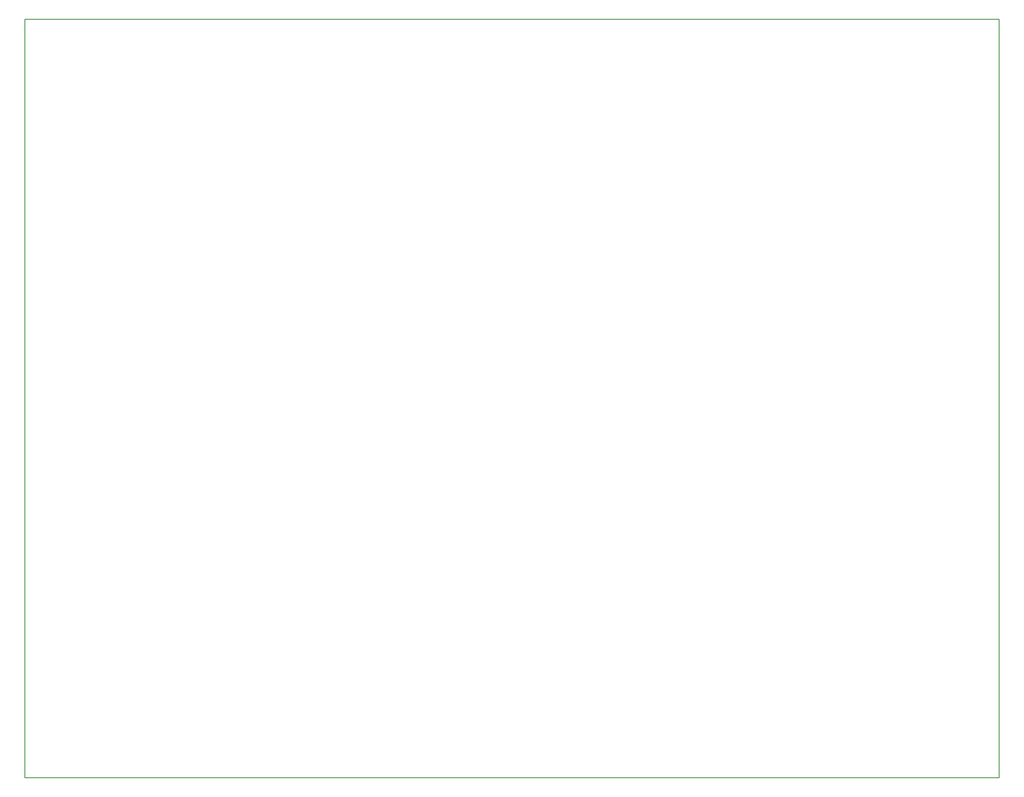
<source format=gbr>
G04 #@! TF.GenerationSoftware,KiCad,Pcbnew,5.0.2+dfsg1-1*
G04 #@! TF.CreationDate,2020-11-23T14:32:56-07:00*
G04 #@! TF.ProjectId,BattleshipMain,42617474-6c65-4736-9869-704d61696e2e,rev?*
G04 #@! TF.SameCoordinates,Original*
G04 #@! TF.FileFunction,Profile,NP*
%FSLAX46Y46*%
G04 Gerber Fmt 4.6, Leading zero omitted, Abs format (unit mm)*
G04 Created by KiCad (PCBNEW 5.0.2+dfsg1-1) date Mon 23 Nov 2020 02:32:56 PM MST*
%MOMM*%
%LPD*%
G01*
G04 APERTURE LIST*
%ADD10C,0.150000*%
G04 APERTURE END LIST*
D10*
X211455000Y-19050000D02*
X19050000Y-19050000D01*
X211455000Y-168910000D02*
X211455000Y-19050000D01*
X19050000Y-168910000D02*
X211455000Y-168910000D01*
X19050000Y-19050000D02*
X19050000Y-168910000D01*
M02*

</source>
